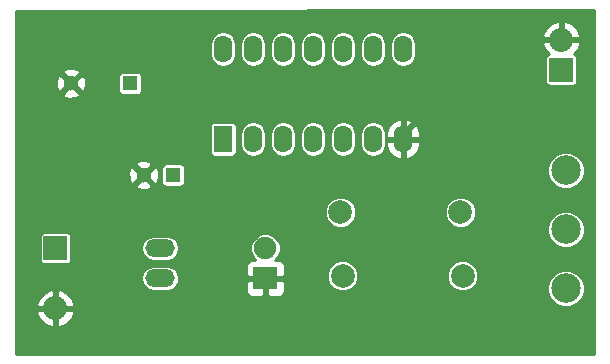
<source format=gbr>
G04 #@! TF.FileFunction,Copper,L2,Bot,Signal*
%FSLAX46Y46*%
G04 Gerber Fmt 4.6, Leading zero omitted, Abs format (unit mm)*
G04 Created by KiCad (PCBNEW (2015-07-30 BZR 6023, Git cb629e0)-product) date 9/23/2015 11:43:22 AM*
%MOMM*%
G01*
G04 APERTURE LIST*
%ADD10C,0.100000*%
%ADD11C,2.499360*%
%ADD12R,2.000000X1.900000*%
%ADD13C,1.900000*%
%ADD14R,2.032000X2.032000*%
%ADD15O,2.032000X2.032000*%
%ADD16C,1.998980*%
%ADD17R,1.574800X2.286000*%
%ADD18O,1.574800X2.286000*%
%ADD19R,1.300000X1.300000*%
%ADD20C,1.300000*%
%ADD21O,2.499360X1.501140*%
%ADD22C,0.500000*%
%ADD23C,0.250000*%
%ADD24C,0.254000*%
G04 APERTURE END LIST*
D10*
D11*
X174028100Y-82217260D03*
X174028100Y-87218520D03*
X174028100Y-77216000D03*
D12*
X148590000Y-86360000D03*
D13*
X148590000Y-83820000D03*
D14*
X173647100Y-68701920D03*
D15*
X173647100Y-66161920D03*
D16*
X165100000Y-80772000D03*
X154940000Y-80772000D03*
D17*
X145021300Y-74574400D03*
D18*
X147561300Y-74574400D03*
X150101300Y-74574400D03*
X152641300Y-74574400D03*
X155181300Y-74574400D03*
X157721300Y-74574400D03*
X160261300Y-74574400D03*
X160261300Y-66954400D03*
X157721300Y-66954400D03*
X155181300Y-66954400D03*
X152641300Y-66954400D03*
X150101300Y-66954400D03*
X147561300Y-66954400D03*
X145021300Y-66954400D03*
D16*
X155117800Y-86144100D03*
X165277800Y-86144100D03*
D19*
X140771880Y-77619860D03*
D20*
X138271880Y-77619860D03*
D19*
X137129520Y-69850000D03*
D20*
X132129520Y-69850000D03*
D14*
X130810000Y-83820000D03*
D15*
X130810000Y-88900000D03*
D21*
X139700000Y-86360000D03*
X139700000Y-83820000D03*
D22*
X160261300Y-74574400D02*
X160261300Y-74218800D01*
X160261300Y-74218800D02*
X168318180Y-66161920D01*
X168318180Y-66161920D02*
X172210260Y-66161920D01*
X172210260Y-66161920D02*
X173647100Y-66161920D01*
D23*
X149108160Y-84018120D02*
X149108160Y-83464400D01*
D24*
G36*
X176390527Y-92749960D02*
X127473120Y-92749960D01*
X127473120Y-89282944D01*
X129204025Y-89282944D01*
X129403615Y-89764818D01*
X129841621Y-90237188D01*
X130427054Y-90505983D01*
X130683000Y-90387367D01*
X130683000Y-89027000D01*
X130937000Y-89027000D01*
X130937000Y-90387367D01*
X131192946Y-90505983D01*
X131778379Y-90237188D01*
X132216385Y-89764818D01*
X132415975Y-89282944D01*
X132296836Y-89027000D01*
X130937000Y-89027000D01*
X130683000Y-89027000D01*
X129323164Y-89027000D01*
X129204025Y-89282944D01*
X127473120Y-89282944D01*
X127473120Y-88517056D01*
X129204025Y-88517056D01*
X129323164Y-88773000D01*
X130683000Y-88773000D01*
X130683000Y-87412633D01*
X130937000Y-87412633D01*
X130937000Y-88773000D01*
X132296836Y-88773000D01*
X132415975Y-88517056D01*
X132216385Y-88035182D01*
X131778379Y-87562812D01*
X131192946Y-87294017D01*
X130937000Y-87412633D01*
X130683000Y-87412633D01*
X130427054Y-87294017D01*
X129841621Y-87562812D01*
X129403615Y-88035182D01*
X129204025Y-88517056D01*
X127473120Y-88517056D01*
X127473120Y-86360000D01*
X138092431Y-86360000D01*
X138174456Y-86772368D01*
X138408044Y-87121957D01*
X138757633Y-87355545D01*
X139170001Y-87437570D01*
X140229999Y-87437570D01*
X140642367Y-87355545D01*
X140991956Y-87121957D01*
X141225544Y-86772368D01*
X141250729Y-86645750D01*
X146955000Y-86645750D01*
X146955000Y-87436310D01*
X147051673Y-87669699D01*
X147230302Y-87848327D01*
X147463691Y-87945000D01*
X148304250Y-87945000D01*
X148463000Y-87786250D01*
X148463000Y-86487000D01*
X148717000Y-86487000D01*
X148717000Y-87786250D01*
X148875750Y-87945000D01*
X149716309Y-87945000D01*
X149949698Y-87848327D01*
X150128327Y-87669699D01*
X150185875Y-87530765D01*
X172451147Y-87530765D01*
X172690676Y-88110471D01*
X173133816Y-88554385D01*
X173713103Y-88794926D01*
X174340345Y-88795473D01*
X174920051Y-88555944D01*
X175363965Y-88112804D01*
X175604506Y-87533517D01*
X175605053Y-86906275D01*
X175365524Y-86326569D01*
X174922384Y-85882655D01*
X174343097Y-85642114D01*
X173715855Y-85641567D01*
X173136149Y-85881096D01*
X172692235Y-86324236D01*
X172451694Y-86903523D01*
X172451147Y-87530765D01*
X150185875Y-87530765D01*
X150225000Y-87436310D01*
X150225000Y-86645750D01*
X150066250Y-86487000D01*
X148717000Y-86487000D01*
X148463000Y-86487000D01*
X147113750Y-86487000D01*
X146955000Y-86645750D01*
X141250729Y-86645750D01*
X141298260Y-86406797D01*
X153791081Y-86406797D01*
X153992601Y-86894514D01*
X154365423Y-87267987D01*
X154852787Y-87470359D01*
X155380497Y-87470819D01*
X155868214Y-87269299D01*
X156241687Y-86896477D01*
X156444059Y-86409113D01*
X156444061Y-86406797D01*
X163951081Y-86406797D01*
X164152601Y-86894514D01*
X164525423Y-87267987D01*
X165012787Y-87470359D01*
X165540497Y-87470819D01*
X166028214Y-87269299D01*
X166401687Y-86896477D01*
X166604059Y-86409113D01*
X166604519Y-85881403D01*
X166402999Y-85393686D01*
X166030177Y-85020213D01*
X165542813Y-84817841D01*
X165015103Y-84817381D01*
X164527386Y-85018901D01*
X164153913Y-85391723D01*
X163951541Y-85879087D01*
X163951081Y-86406797D01*
X156444061Y-86406797D01*
X156444519Y-85881403D01*
X156242999Y-85393686D01*
X155870177Y-85020213D01*
X155382813Y-84817841D01*
X154855103Y-84817381D01*
X154367386Y-85018901D01*
X153993913Y-85391723D01*
X153791541Y-85879087D01*
X153791081Y-86406797D01*
X141298260Y-86406797D01*
X141307569Y-86360000D01*
X141225544Y-85947632D01*
X140991956Y-85598043D01*
X140642367Y-85364455D01*
X140236334Y-85283690D01*
X146955000Y-85283690D01*
X146955000Y-86074250D01*
X147113750Y-86233000D01*
X148463000Y-86233000D01*
X148463000Y-86213000D01*
X148717000Y-86213000D01*
X148717000Y-86233000D01*
X150066250Y-86233000D01*
X150225000Y-86074250D01*
X150225000Y-85283690D01*
X150128327Y-85050301D01*
X149949698Y-84871673D01*
X149716309Y-84775000D01*
X149440860Y-84775000D01*
X149671957Y-84544307D01*
X149866778Y-84075125D01*
X149867221Y-83567103D01*
X149673219Y-83097583D01*
X149314307Y-82738043D01*
X148845125Y-82543222D01*
X148337103Y-82542779D01*
X147867583Y-82736781D01*
X147508043Y-83095693D01*
X147313222Y-83564875D01*
X147312779Y-84072897D01*
X147506781Y-84542417D01*
X147738958Y-84775000D01*
X147463691Y-84775000D01*
X147230302Y-84871673D01*
X147051673Y-85050301D01*
X146955000Y-85283690D01*
X140236334Y-85283690D01*
X140229999Y-85282430D01*
X139170001Y-85282430D01*
X138757633Y-85364455D01*
X138408044Y-85598043D01*
X138174456Y-85947632D01*
X138092431Y-86360000D01*
X127473120Y-86360000D01*
X127473120Y-82804000D01*
X129460594Y-82804000D01*
X129460594Y-84836000D01*
X129483395Y-84957179D01*
X129555012Y-85068474D01*
X129664286Y-85143138D01*
X129794000Y-85169406D01*
X131826000Y-85169406D01*
X131947179Y-85146605D01*
X132058474Y-85074988D01*
X132133138Y-84965714D01*
X132159406Y-84836000D01*
X132159406Y-83820000D01*
X138092431Y-83820000D01*
X138174456Y-84232368D01*
X138408044Y-84581957D01*
X138757633Y-84815545D01*
X139170001Y-84897570D01*
X140229999Y-84897570D01*
X140642367Y-84815545D01*
X140991956Y-84581957D01*
X141225544Y-84232368D01*
X141307569Y-83820000D01*
X141225544Y-83407632D01*
X140991956Y-83058043D01*
X140642367Y-82824455D01*
X140229999Y-82742430D01*
X139170001Y-82742430D01*
X138757633Y-82824455D01*
X138408044Y-83058043D01*
X138174456Y-83407632D01*
X138092431Y-83820000D01*
X132159406Y-83820000D01*
X132159406Y-82804000D01*
X132136605Y-82682821D01*
X132064988Y-82571526D01*
X132003489Y-82529505D01*
X172451147Y-82529505D01*
X172690676Y-83109211D01*
X173133816Y-83553125D01*
X173713103Y-83793666D01*
X174340345Y-83794213D01*
X174920051Y-83554684D01*
X175363965Y-83111544D01*
X175604506Y-82532257D01*
X175605053Y-81905015D01*
X175365524Y-81325309D01*
X174922384Y-80881395D01*
X174343097Y-80640854D01*
X173715855Y-80640307D01*
X173136149Y-80879836D01*
X172692235Y-81322976D01*
X172451694Y-81902263D01*
X172451147Y-82529505D01*
X132003489Y-82529505D01*
X131955714Y-82496862D01*
X131826000Y-82470594D01*
X129794000Y-82470594D01*
X129672821Y-82493395D01*
X129561526Y-82565012D01*
X129486862Y-82674286D01*
X129460594Y-82804000D01*
X127473120Y-82804000D01*
X127473120Y-81034697D01*
X153613281Y-81034697D01*
X153814801Y-81522414D01*
X154187623Y-81895887D01*
X154674987Y-82098259D01*
X155202697Y-82098719D01*
X155690414Y-81897199D01*
X156063887Y-81524377D01*
X156266259Y-81037013D01*
X156266261Y-81034697D01*
X163773281Y-81034697D01*
X163974801Y-81522414D01*
X164347623Y-81895887D01*
X164834987Y-82098259D01*
X165362697Y-82098719D01*
X165850414Y-81897199D01*
X166223887Y-81524377D01*
X166426259Y-81037013D01*
X166426719Y-80509303D01*
X166225199Y-80021586D01*
X165852377Y-79648113D01*
X165365013Y-79445741D01*
X164837303Y-79445281D01*
X164349586Y-79646801D01*
X163976113Y-80019623D01*
X163773741Y-80506987D01*
X163773281Y-81034697D01*
X156266261Y-81034697D01*
X156266719Y-80509303D01*
X156065199Y-80021586D01*
X155692377Y-79648113D01*
X155205013Y-79445741D01*
X154677303Y-79445281D01*
X154189586Y-79646801D01*
X153816113Y-80019623D01*
X153613741Y-80506987D01*
X153613281Y-81034697D01*
X127473120Y-81034697D01*
X127473120Y-78518876D01*
X137552470Y-78518876D01*
X137608151Y-78749471D01*
X138090958Y-78917482D01*
X138601308Y-78887943D01*
X138935609Y-78749471D01*
X138991290Y-78518876D01*
X138271880Y-77799465D01*
X137552470Y-78518876D01*
X127473120Y-78518876D01*
X127473120Y-77438938D01*
X136974258Y-77438938D01*
X137003797Y-77949288D01*
X137142269Y-78283589D01*
X137372864Y-78339270D01*
X138092275Y-77619860D01*
X138451485Y-77619860D01*
X139170896Y-78339270D01*
X139401491Y-78283589D01*
X139569502Y-77800782D01*
X139539963Y-77290432D01*
X139407178Y-76969860D01*
X139788474Y-76969860D01*
X139788474Y-78269860D01*
X139811275Y-78391039D01*
X139882892Y-78502334D01*
X139992166Y-78576998D01*
X140121880Y-78603266D01*
X141421880Y-78603266D01*
X141543059Y-78580465D01*
X141654354Y-78508848D01*
X141729018Y-78399574D01*
X141755286Y-78269860D01*
X141755286Y-77528245D01*
X172451147Y-77528245D01*
X172690676Y-78107951D01*
X173133816Y-78551865D01*
X173713103Y-78792406D01*
X174340345Y-78792953D01*
X174920051Y-78553424D01*
X175363965Y-78110284D01*
X175604506Y-77530997D01*
X175605053Y-76903755D01*
X175365524Y-76324049D01*
X174922384Y-75880135D01*
X174343097Y-75639594D01*
X173715855Y-75639047D01*
X173136149Y-75878576D01*
X172692235Y-76321716D01*
X172451694Y-76901003D01*
X172451147Y-77528245D01*
X141755286Y-77528245D01*
X141755286Y-76969860D01*
X141732485Y-76848681D01*
X141660868Y-76737386D01*
X141551594Y-76662722D01*
X141421880Y-76636454D01*
X140121880Y-76636454D01*
X140000701Y-76659255D01*
X139889406Y-76730872D01*
X139814742Y-76840146D01*
X139788474Y-76969860D01*
X139407178Y-76969860D01*
X139401491Y-76956131D01*
X139170896Y-76900450D01*
X138451485Y-77619860D01*
X138092275Y-77619860D01*
X137372864Y-76900450D01*
X137142269Y-76956131D01*
X136974258Y-77438938D01*
X127473120Y-77438938D01*
X127473120Y-76720844D01*
X137552470Y-76720844D01*
X138271880Y-77440255D01*
X138991290Y-76720844D01*
X138935609Y-76490249D01*
X138452802Y-76322238D01*
X137942452Y-76351777D01*
X137608151Y-76490249D01*
X137552470Y-76720844D01*
X127473120Y-76720844D01*
X127473120Y-73431400D01*
X143900494Y-73431400D01*
X143900494Y-75717400D01*
X143923295Y-75838579D01*
X143994912Y-75949874D01*
X144104186Y-76024538D01*
X144233900Y-76050806D01*
X145808700Y-76050806D01*
X145929879Y-76028005D01*
X146041174Y-75956388D01*
X146115838Y-75847114D01*
X146142106Y-75717400D01*
X146142106Y-74190001D01*
X146446900Y-74190001D01*
X146446900Y-74958799D01*
X146531729Y-75385261D01*
X146773300Y-75746799D01*
X147134838Y-75988370D01*
X147561300Y-76073199D01*
X147987762Y-75988370D01*
X148349300Y-75746799D01*
X148590871Y-75385261D01*
X148675700Y-74958799D01*
X148675700Y-74190001D01*
X148986900Y-74190001D01*
X148986900Y-74958799D01*
X149071729Y-75385261D01*
X149313300Y-75746799D01*
X149674838Y-75988370D01*
X150101300Y-76073199D01*
X150527762Y-75988370D01*
X150889300Y-75746799D01*
X151130871Y-75385261D01*
X151215700Y-74958799D01*
X151215700Y-74190001D01*
X151526900Y-74190001D01*
X151526900Y-74958799D01*
X151611729Y-75385261D01*
X151853300Y-75746799D01*
X152214838Y-75988370D01*
X152641300Y-76073199D01*
X153067762Y-75988370D01*
X153429300Y-75746799D01*
X153670871Y-75385261D01*
X153755700Y-74958799D01*
X153755700Y-74190001D01*
X154066900Y-74190001D01*
X154066900Y-74958799D01*
X154151729Y-75385261D01*
X154393300Y-75746799D01*
X154754838Y-75988370D01*
X155181300Y-76073199D01*
X155607762Y-75988370D01*
X155969300Y-75746799D01*
X156210871Y-75385261D01*
X156295700Y-74958799D01*
X156295700Y-74190001D01*
X156606900Y-74190001D01*
X156606900Y-74958799D01*
X156691729Y-75385261D01*
X156933300Y-75746799D01*
X157294838Y-75988370D01*
X157721300Y-76073199D01*
X158147762Y-75988370D01*
X158509300Y-75746799D01*
X158750871Y-75385261D01*
X158835700Y-74958799D01*
X158835700Y-74701400D01*
X158838900Y-74701400D01*
X158838900Y-75057000D01*
X158995775Y-75591662D01*
X159345314Y-76025591D01*
X159834304Y-76292727D01*
X159914240Y-76309410D01*
X160134300Y-76187252D01*
X160134300Y-74701400D01*
X160388300Y-74701400D01*
X160388300Y-76187252D01*
X160608360Y-76309410D01*
X160688296Y-76292727D01*
X161177286Y-76025591D01*
X161526825Y-75591662D01*
X161683700Y-75057000D01*
X161683700Y-74701400D01*
X160388300Y-74701400D01*
X160134300Y-74701400D01*
X158838900Y-74701400D01*
X158835700Y-74701400D01*
X158835700Y-74190001D01*
X158816167Y-74091800D01*
X158838900Y-74091800D01*
X158838900Y-74447400D01*
X160134300Y-74447400D01*
X160134300Y-72961548D01*
X160388300Y-72961548D01*
X160388300Y-74447400D01*
X161683700Y-74447400D01*
X161683700Y-74091800D01*
X161526825Y-73557138D01*
X161177286Y-73123209D01*
X160688296Y-72856073D01*
X160608360Y-72839390D01*
X160388300Y-72961548D01*
X160134300Y-72961548D01*
X159914240Y-72839390D01*
X159834304Y-72856073D01*
X159345314Y-73123209D01*
X158995775Y-73557138D01*
X158838900Y-74091800D01*
X158816167Y-74091800D01*
X158750871Y-73763539D01*
X158509300Y-73402001D01*
X158147762Y-73160430D01*
X157721300Y-73075601D01*
X157294838Y-73160430D01*
X156933300Y-73402001D01*
X156691729Y-73763539D01*
X156606900Y-74190001D01*
X156295700Y-74190001D01*
X156210871Y-73763539D01*
X155969300Y-73402001D01*
X155607762Y-73160430D01*
X155181300Y-73075601D01*
X154754838Y-73160430D01*
X154393300Y-73402001D01*
X154151729Y-73763539D01*
X154066900Y-74190001D01*
X153755700Y-74190001D01*
X153670871Y-73763539D01*
X153429300Y-73402001D01*
X153067762Y-73160430D01*
X152641300Y-73075601D01*
X152214838Y-73160430D01*
X151853300Y-73402001D01*
X151611729Y-73763539D01*
X151526900Y-74190001D01*
X151215700Y-74190001D01*
X151130871Y-73763539D01*
X150889300Y-73402001D01*
X150527762Y-73160430D01*
X150101300Y-73075601D01*
X149674838Y-73160430D01*
X149313300Y-73402001D01*
X149071729Y-73763539D01*
X148986900Y-74190001D01*
X148675700Y-74190001D01*
X148590871Y-73763539D01*
X148349300Y-73402001D01*
X147987762Y-73160430D01*
X147561300Y-73075601D01*
X147134838Y-73160430D01*
X146773300Y-73402001D01*
X146531729Y-73763539D01*
X146446900Y-74190001D01*
X146142106Y-74190001D01*
X146142106Y-73431400D01*
X146119305Y-73310221D01*
X146047688Y-73198926D01*
X145938414Y-73124262D01*
X145808700Y-73097994D01*
X144233900Y-73097994D01*
X144112721Y-73120795D01*
X144001426Y-73192412D01*
X143926762Y-73301686D01*
X143900494Y-73431400D01*
X127473120Y-73431400D01*
X127473120Y-70749016D01*
X131410110Y-70749016D01*
X131465791Y-70979611D01*
X131948598Y-71147622D01*
X132458948Y-71118083D01*
X132793249Y-70979611D01*
X132848930Y-70749016D01*
X132129520Y-70029605D01*
X131410110Y-70749016D01*
X127473120Y-70749016D01*
X127473120Y-69669078D01*
X130831898Y-69669078D01*
X130861437Y-70179428D01*
X130999909Y-70513729D01*
X131230504Y-70569410D01*
X131949915Y-69850000D01*
X132309125Y-69850000D01*
X133028536Y-70569410D01*
X133259131Y-70513729D01*
X133427142Y-70030922D01*
X133397603Y-69520572D01*
X133264818Y-69200000D01*
X136146114Y-69200000D01*
X136146114Y-70500000D01*
X136168915Y-70621179D01*
X136240532Y-70732474D01*
X136349806Y-70807138D01*
X136479520Y-70833406D01*
X137779520Y-70833406D01*
X137900699Y-70810605D01*
X138011994Y-70738988D01*
X138086658Y-70629714D01*
X138112926Y-70500000D01*
X138112926Y-69200000D01*
X138090125Y-69078821D01*
X138018508Y-68967526D01*
X137909234Y-68892862D01*
X137779520Y-68866594D01*
X136479520Y-68866594D01*
X136358341Y-68889395D01*
X136247046Y-68961012D01*
X136172382Y-69070286D01*
X136146114Y-69200000D01*
X133264818Y-69200000D01*
X133259131Y-69186271D01*
X133028536Y-69130590D01*
X132309125Y-69850000D01*
X131949915Y-69850000D01*
X131230504Y-69130590D01*
X130999909Y-69186271D01*
X130831898Y-69669078D01*
X127473120Y-69669078D01*
X127473120Y-68950984D01*
X131410110Y-68950984D01*
X132129520Y-69670395D01*
X132848930Y-68950984D01*
X132793249Y-68720389D01*
X132310442Y-68552378D01*
X131800092Y-68581917D01*
X131465791Y-68720389D01*
X131410110Y-68950984D01*
X127473120Y-68950984D01*
X127473120Y-66570001D01*
X143906900Y-66570001D01*
X143906900Y-67338799D01*
X143991729Y-67765261D01*
X144233300Y-68126799D01*
X144594838Y-68368370D01*
X145021300Y-68453199D01*
X145447762Y-68368370D01*
X145809300Y-68126799D01*
X146050871Y-67765261D01*
X146135700Y-67338799D01*
X146135700Y-66570001D01*
X146446900Y-66570001D01*
X146446900Y-67338799D01*
X146531729Y-67765261D01*
X146773300Y-68126799D01*
X147134838Y-68368370D01*
X147561300Y-68453199D01*
X147987762Y-68368370D01*
X148349300Y-68126799D01*
X148590871Y-67765261D01*
X148675700Y-67338799D01*
X148675700Y-66570001D01*
X148986900Y-66570001D01*
X148986900Y-67338799D01*
X149071729Y-67765261D01*
X149313300Y-68126799D01*
X149674838Y-68368370D01*
X150101300Y-68453199D01*
X150527762Y-68368370D01*
X150889300Y-68126799D01*
X151130871Y-67765261D01*
X151215700Y-67338799D01*
X151215700Y-66570001D01*
X151526900Y-66570001D01*
X151526900Y-67338799D01*
X151611729Y-67765261D01*
X151853300Y-68126799D01*
X152214838Y-68368370D01*
X152641300Y-68453199D01*
X153067762Y-68368370D01*
X153429300Y-68126799D01*
X153670871Y-67765261D01*
X153755700Y-67338799D01*
X153755700Y-66570001D01*
X154066900Y-66570001D01*
X154066900Y-67338799D01*
X154151729Y-67765261D01*
X154393300Y-68126799D01*
X154754838Y-68368370D01*
X155181300Y-68453199D01*
X155607762Y-68368370D01*
X155969300Y-68126799D01*
X156210871Y-67765261D01*
X156295700Y-67338799D01*
X156295700Y-66570001D01*
X156606900Y-66570001D01*
X156606900Y-67338799D01*
X156691729Y-67765261D01*
X156933300Y-68126799D01*
X157294838Y-68368370D01*
X157721300Y-68453199D01*
X158147762Y-68368370D01*
X158509300Y-68126799D01*
X158750871Y-67765261D01*
X158835700Y-67338799D01*
X158835700Y-66570001D01*
X159146900Y-66570001D01*
X159146900Y-67338799D01*
X159231729Y-67765261D01*
X159473300Y-68126799D01*
X159834838Y-68368370D01*
X160261300Y-68453199D01*
X160687762Y-68368370D01*
X161049300Y-68126799D01*
X161290871Y-67765261D01*
X161375700Y-67338799D01*
X161375700Y-66570001D01*
X161370700Y-66544864D01*
X172041125Y-66544864D01*
X172240715Y-67026738D01*
X172555910Y-67366662D01*
X172509921Y-67375315D01*
X172398626Y-67446932D01*
X172323962Y-67556206D01*
X172297694Y-67685920D01*
X172297694Y-69717920D01*
X172320495Y-69839099D01*
X172392112Y-69950394D01*
X172501386Y-70025058D01*
X172631100Y-70051326D01*
X174663100Y-70051326D01*
X174784279Y-70028525D01*
X174895574Y-69956908D01*
X174970238Y-69847634D01*
X174996506Y-69717920D01*
X174996506Y-67685920D01*
X174973705Y-67564741D01*
X174902088Y-67453446D01*
X174792814Y-67378782D01*
X174737448Y-67367570D01*
X175053485Y-67026738D01*
X175253075Y-66544864D01*
X175133936Y-66288920D01*
X173774100Y-66288920D01*
X173774100Y-66308920D01*
X173520100Y-66308920D01*
X173520100Y-66288920D01*
X172160264Y-66288920D01*
X172041125Y-66544864D01*
X161370700Y-66544864D01*
X161290871Y-66143539D01*
X161049300Y-65782001D01*
X161044773Y-65778976D01*
X172041125Y-65778976D01*
X172160264Y-66034920D01*
X173520100Y-66034920D01*
X173520100Y-64674553D01*
X173774100Y-64674553D01*
X173774100Y-66034920D01*
X175133936Y-66034920D01*
X175253075Y-65778976D01*
X175053485Y-65297102D01*
X174615479Y-64824732D01*
X174030046Y-64555937D01*
X173774100Y-64674553D01*
X173520100Y-64674553D01*
X173264154Y-64555937D01*
X172678721Y-64824732D01*
X172240715Y-65297102D01*
X172041125Y-65778976D01*
X161044773Y-65778976D01*
X160687762Y-65540430D01*
X160261300Y-65455601D01*
X159834838Y-65540430D01*
X159473300Y-65782001D01*
X159231729Y-66143539D01*
X159146900Y-66570001D01*
X158835700Y-66570001D01*
X158750871Y-66143539D01*
X158509300Y-65782001D01*
X158147762Y-65540430D01*
X157721300Y-65455601D01*
X157294838Y-65540430D01*
X156933300Y-65782001D01*
X156691729Y-66143539D01*
X156606900Y-66570001D01*
X156295700Y-66570001D01*
X156210871Y-66143539D01*
X155969300Y-65782001D01*
X155607762Y-65540430D01*
X155181300Y-65455601D01*
X154754838Y-65540430D01*
X154393300Y-65782001D01*
X154151729Y-66143539D01*
X154066900Y-66570001D01*
X153755700Y-66570001D01*
X153670871Y-66143539D01*
X153429300Y-65782001D01*
X153067762Y-65540430D01*
X152641300Y-65455601D01*
X152214838Y-65540430D01*
X151853300Y-65782001D01*
X151611729Y-66143539D01*
X151526900Y-66570001D01*
X151215700Y-66570001D01*
X151130871Y-66143539D01*
X150889300Y-65782001D01*
X150527762Y-65540430D01*
X150101300Y-65455601D01*
X149674838Y-65540430D01*
X149313300Y-65782001D01*
X149071729Y-66143539D01*
X148986900Y-66570001D01*
X148675700Y-66570001D01*
X148590871Y-66143539D01*
X148349300Y-65782001D01*
X147987762Y-65540430D01*
X147561300Y-65455601D01*
X147134838Y-65540430D01*
X146773300Y-65782001D01*
X146531729Y-66143539D01*
X146446900Y-66570001D01*
X146135700Y-66570001D01*
X146050871Y-66143539D01*
X145809300Y-65782001D01*
X145447762Y-65540430D01*
X145021300Y-65455601D01*
X144594838Y-65540430D01*
X144233300Y-65782001D01*
X143991729Y-66143539D01*
X143906900Y-66570001D01*
X127473120Y-66570001D01*
X127473120Y-63718017D01*
X176268868Y-63602280D01*
X176428235Y-63602280D01*
X176390527Y-92749960D01*
X176390527Y-92749960D01*
G37*
X176390527Y-92749960D02*
X127473120Y-92749960D01*
X127473120Y-89282944D01*
X129204025Y-89282944D01*
X129403615Y-89764818D01*
X129841621Y-90237188D01*
X130427054Y-90505983D01*
X130683000Y-90387367D01*
X130683000Y-89027000D01*
X130937000Y-89027000D01*
X130937000Y-90387367D01*
X131192946Y-90505983D01*
X131778379Y-90237188D01*
X132216385Y-89764818D01*
X132415975Y-89282944D01*
X132296836Y-89027000D01*
X130937000Y-89027000D01*
X130683000Y-89027000D01*
X129323164Y-89027000D01*
X129204025Y-89282944D01*
X127473120Y-89282944D01*
X127473120Y-88517056D01*
X129204025Y-88517056D01*
X129323164Y-88773000D01*
X130683000Y-88773000D01*
X130683000Y-87412633D01*
X130937000Y-87412633D01*
X130937000Y-88773000D01*
X132296836Y-88773000D01*
X132415975Y-88517056D01*
X132216385Y-88035182D01*
X131778379Y-87562812D01*
X131192946Y-87294017D01*
X130937000Y-87412633D01*
X130683000Y-87412633D01*
X130427054Y-87294017D01*
X129841621Y-87562812D01*
X129403615Y-88035182D01*
X129204025Y-88517056D01*
X127473120Y-88517056D01*
X127473120Y-86360000D01*
X138092431Y-86360000D01*
X138174456Y-86772368D01*
X138408044Y-87121957D01*
X138757633Y-87355545D01*
X139170001Y-87437570D01*
X140229999Y-87437570D01*
X140642367Y-87355545D01*
X140991956Y-87121957D01*
X141225544Y-86772368D01*
X141250729Y-86645750D01*
X146955000Y-86645750D01*
X146955000Y-87436310D01*
X147051673Y-87669699D01*
X147230302Y-87848327D01*
X147463691Y-87945000D01*
X148304250Y-87945000D01*
X148463000Y-87786250D01*
X148463000Y-86487000D01*
X148717000Y-86487000D01*
X148717000Y-87786250D01*
X148875750Y-87945000D01*
X149716309Y-87945000D01*
X149949698Y-87848327D01*
X150128327Y-87669699D01*
X150185875Y-87530765D01*
X172451147Y-87530765D01*
X172690676Y-88110471D01*
X173133816Y-88554385D01*
X173713103Y-88794926D01*
X174340345Y-88795473D01*
X174920051Y-88555944D01*
X175363965Y-88112804D01*
X175604506Y-87533517D01*
X175605053Y-86906275D01*
X175365524Y-86326569D01*
X174922384Y-85882655D01*
X174343097Y-85642114D01*
X173715855Y-85641567D01*
X173136149Y-85881096D01*
X172692235Y-86324236D01*
X172451694Y-86903523D01*
X172451147Y-87530765D01*
X150185875Y-87530765D01*
X150225000Y-87436310D01*
X150225000Y-86645750D01*
X150066250Y-86487000D01*
X148717000Y-86487000D01*
X148463000Y-86487000D01*
X147113750Y-86487000D01*
X146955000Y-86645750D01*
X141250729Y-86645750D01*
X141298260Y-86406797D01*
X153791081Y-86406797D01*
X153992601Y-86894514D01*
X154365423Y-87267987D01*
X154852787Y-87470359D01*
X155380497Y-87470819D01*
X155868214Y-87269299D01*
X156241687Y-86896477D01*
X156444059Y-86409113D01*
X156444061Y-86406797D01*
X163951081Y-86406797D01*
X164152601Y-86894514D01*
X164525423Y-87267987D01*
X165012787Y-87470359D01*
X165540497Y-87470819D01*
X166028214Y-87269299D01*
X166401687Y-86896477D01*
X166604059Y-86409113D01*
X166604519Y-85881403D01*
X166402999Y-85393686D01*
X166030177Y-85020213D01*
X165542813Y-84817841D01*
X165015103Y-84817381D01*
X164527386Y-85018901D01*
X164153913Y-85391723D01*
X163951541Y-85879087D01*
X163951081Y-86406797D01*
X156444061Y-86406797D01*
X156444519Y-85881403D01*
X156242999Y-85393686D01*
X155870177Y-85020213D01*
X155382813Y-84817841D01*
X154855103Y-84817381D01*
X154367386Y-85018901D01*
X153993913Y-85391723D01*
X153791541Y-85879087D01*
X153791081Y-86406797D01*
X141298260Y-86406797D01*
X141307569Y-86360000D01*
X141225544Y-85947632D01*
X140991956Y-85598043D01*
X140642367Y-85364455D01*
X140236334Y-85283690D01*
X146955000Y-85283690D01*
X146955000Y-86074250D01*
X147113750Y-86233000D01*
X148463000Y-86233000D01*
X148463000Y-86213000D01*
X148717000Y-86213000D01*
X148717000Y-86233000D01*
X150066250Y-86233000D01*
X150225000Y-86074250D01*
X150225000Y-85283690D01*
X150128327Y-85050301D01*
X149949698Y-84871673D01*
X149716309Y-84775000D01*
X149440860Y-84775000D01*
X149671957Y-84544307D01*
X149866778Y-84075125D01*
X149867221Y-83567103D01*
X149673219Y-83097583D01*
X149314307Y-82738043D01*
X148845125Y-82543222D01*
X148337103Y-82542779D01*
X147867583Y-82736781D01*
X147508043Y-83095693D01*
X147313222Y-83564875D01*
X147312779Y-84072897D01*
X147506781Y-84542417D01*
X147738958Y-84775000D01*
X147463691Y-84775000D01*
X147230302Y-84871673D01*
X147051673Y-85050301D01*
X146955000Y-85283690D01*
X140236334Y-85283690D01*
X140229999Y-85282430D01*
X139170001Y-85282430D01*
X138757633Y-85364455D01*
X138408044Y-85598043D01*
X138174456Y-85947632D01*
X138092431Y-86360000D01*
X127473120Y-86360000D01*
X127473120Y-82804000D01*
X129460594Y-82804000D01*
X129460594Y-84836000D01*
X129483395Y-84957179D01*
X129555012Y-85068474D01*
X129664286Y-85143138D01*
X129794000Y-85169406D01*
X131826000Y-85169406D01*
X131947179Y-85146605D01*
X132058474Y-85074988D01*
X132133138Y-84965714D01*
X132159406Y-84836000D01*
X132159406Y-83820000D01*
X138092431Y-83820000D01*
X138174456Y-84232368D01*
X138408044Y-84581957D01*
X138757633Y-84815545D01*
X139170001Y-84897570D01*
X140229999Y-84897570D01*
X140642367Y-84815545D01*
X140991956Y-84581957D01*
X141225544Y-84232368D01*
X141307569Y-83820000D01*
X141225544Y-83407632D01*
X140991956Y-83058043D01*
X140642367Y-82824455D01*
X140229999Y-82742430D01*
X139170001Y-82742430D01*
X138757633Y-82824455D01*
X138408044Y-83058043D01*
X138174456Y-83407632D01*
X138092431Y-83820000D01*
X132159406Y-83820000D01*
X132159406Y-82804000D01*
X132136605Y-82682821D01*
X132064988Y-82571526D01*
X132003489Y-82529505D01*
X172451147Y-82529505D01*
X172690676Y-83109211D01*
X173133816Y-83553125D01*
X173713103Y-83793666D01*
X174340345Y-83794213D01*
X174920051Y-83554684D01*
X175363965Y-83111544D01*
X175604506Y-82532257D01*
X175605053Y-81905015D01*
X175365524Y-81325309D01*
X174922384Y-80881395D01*
X174343097Y-80640854D01*
X173715855Y-80640307D01*
X173136149Y-80879836D01*
X172692235Y-81322976D01*
X172451694Y-81902263D01*
X172451147Y-82529505D01*
X132003489Y-82529505D01*
X131955714Y-82496862D01*
X131826000Y-82470594D01*
X129794000Y-82470594D01*
X129672821Y-82493395D01*
X129561526Y-82565012D01*
X129486862Y-82674286D01*
X129460594Y-82804000D01*
X127473120Y-82804000D01*
X127473120Y-81034697D01*
X153613281Y-81034697D01*
X153814801Y-81522414D01*
X154187623Y-81895887D01*
X154674987Y-82098259D01*
X155202697Y-82098719D01*
X155690414Y-81897199D01*
X156063887Y-81524377D01*
X156266259Y-81037013D01*
X156266261Y-81034697D01*
X163773281Y-81034697D01*
X163974801Y-81522414D01*
X164347623Y-81895887D01*
X164834987Y-82098259D01*
X165362697Y-82098719D01*
X165850414Y-81897199D01*
X166223887Y-81524377D01*
X166426259Y-81037013D01*
X166426719Y-80509303D01*
X166225199Y-80021586D01*
X165852377Y-79648113D01*
X165365013Y-79445741D01*
X164837303Y-79445281D01*
X164349586Y-79646801D01*
X163976113Y-80019623D01*
X163773741Y-80506987D01*
X163773281Y-81034697D01*
X156266261Y-81034697D01*
X156266719Y-80509303D01*
X156065199Y-80021586D01*
X155692377Y-79648113D01*
X155205013Y-79445741D01*
X154677303Y-79445281D01*
X154189586Y-79646801D01*
X153816113Y-80019623D01*
X153613741Y-80506987D01*
X153613281Y-81034697D01*
X127473120Y-81034697D01*
X127473120Y-78518876D01*
X137552470Y-78518876D01*
X137608151Y-78749471D01*
X138090958Y-78917482D01*
X138601308Y-78887943D01*
X138935609Y-78749471D01*
X138991290Y-78518876D01*
X138271880Y-77799465D01*
X137552470Y-78518876D01*
X127473120Y-78518876D01*
X127473120Y-77438938D01*
X136974258Y-77438938D01*
X137003797Y-77949288D01*
X137142269Y-78283589D01*
X137372864Y-78339270D01*
X138092275Y-77619860D01*
X138451485Y-77619860D01*
X139170896Y-78339270D01*
X139401491Y-78283589D01*
X139569502Y-77800782D01*
X139539963Y-77290432D01*
X139407178Y-76969860D01*
X139788474Y-76969860D01*
X139788474Y-78269860D01*
X139811275Y-78391039D01*
X139882892Y-78502334D01*
X139992166Y-78576998D01*
X140121880Y-78603266D01*
X141421880Y-78603266D01*
X141543059Y-78580465D01*
X141654354Y-78508848D01*
X141729018Y-78399574D01*
X141755286Y-78269860D01*
X141755286Y-77528245D01*
X172451147Y-77528245D01*
X172690676Y-78107951D01*
X173133816Y-78551865D01*
X173713103Y-78792406D01*
X174340345Y-78792953D01*
X174920051Y-78553424D01*
X175363965Y-78110284D01*
X175604506Y-77530997D01*
X175605053Y-76903755D01*
X175365524Y-76324049D01*
X174922384Y-75880135D01*
X174343097Y-75639594D01*
X173715855Y-75639047D01*
X173136149Y-75878576D01*
X172692235Y-76321716D01*
X172451694Y-76901003D01*
X172451147Y-77528245D01*
X141755286Y-77528245D01*
X141755286Y-76969860D01*
X141732485Y-76848681D01*
X141660868Y-76737386D01*
X141551594Y-76662722D01*
X141421880Y-76636454D01*
X140121880Y-76636454D01*
X140000701Y-76659255D01*
X139889406Y-76730872D01*
X139814742Y-76840146D01*
X139788474Y-76969860D01*
X139407178Y-76969860D01*
X139401491Y-76956131D01*
X139170896Y-76900450D01*
X138451485Y-77619860D01*
X138092275Y-77619860D01*
X137372864Y-76900450D01*
X137142269Y-76956131D01*
X136974258Y-77438938D01*
X127473120Y-77438938D01*
X127473120Y-76720844D01*
X137552470Y-76720844D01*
X138271880Y-77440255D01*
X138991290Y-76720844D01*
X138935609Y-76490249D01*
X138452802Y-76322238D01*
X137942452Y-76351777D01*
X137608151Y-76490249D01*
X137552470Y-76720844D01*
X127473120Y-76720844D01*
X127473120Y-73431400D01*
X143900494Y-73431400D01*
X143900494Y-75717400D01*
X143923295Y-75838579D01*
X143994912Y-75949874D01*
X144104186Y-76024538D01*
X144233900Y-76050806D01*
X145808700Y-76050806D01*
X145929879Y-76028005D01*
X146041174Y-75956388D01*
X146115838Y-75847114D01*
X146142106Y-75717400D01*
X146142106Y-74190001D01*
X146446900Y-74190001D01*
X146446900Y-74958799D01*
X146531729Y-75385261D01*
X146773300Y-75746799D01*
X147134838Y-75988370D01*
X147561300Y-76073199D01*
X147987762Y-75988370D01*
X148349300Y-75746799D01*
X148590871Y-75385261D01*
X148675700Y-74958799D01*
X148675700Y-74190001D01*
X148986900Y-74190001D01*
X148986900Y-74958799D01*
X149071729Y-75385261D01*
X149313300Y-75746799D01*
X149674838Y-75988370D01*
X150101300Y-76073199D01*
X150527762Y-75988370D01*
X150889300Y-75746799D01*
X151130871Y-75385261D01*
X151215700Y-74958799D01*
X151215700Y-74190001D01*
X151526900Y-74190001D01*
X151526900Y-74958799D01*
X151611729Y-75385261D01*
X151853300Y-75746799D01*
X152214838Y-75988370D01*
X152641300Y-76073199D01*
X153067762Y-75988370D01*
X153429300Y-75746799D01*
X153670871Y-75385261D01*
X153755700Y-74958799D01*
X153755700Y-74190001D01*
X154066900Y-74190001D01*
X154066900Y-74958799D01*
X154151729Y-75385261D01*
X154393300Y-75746799D01*
X154754838Y-75988370D01*
X155181300Y-76073199D01*
X155607762Y-75988370D01*
X155969300Y-75746799D01*
X156210871Y-75385261D01*
X156295700Y-74958799D01*
X156295700Y-74190001D01*
X156606900Y-74190001D01*
X156606900Y-74958799D01*
X156691729Y-75385261D01*
X156933300Y-75746799D01*
X157294838Y-75988370D01*
X157721300Y-76073199D01*
X158147762Y-75988370D01*
X158509300Y-75746799D01*
X158750871Y-75385261D01*
X158835700Y-74958799D01*
X158835700Y-74701400D01*
X158838900Y-74701400D01*
X158838900Y-75057000D01*
X158995775Y-75591662D01*
X159345314Y-76025591D01*
X159834304Y-76292727D01*
X159914240Y-76309410D01*
X160134300Y-76187252D01*
X160134300Y-74701400D01*
X160388300Y-74701400D01*
X160388300Y-76187252D01*
X160608360Y-76309410D01*
X160688296Y-76292727D01*
X161177286Y-76025591D01*
X161526825Y-75591662D01*
X161683700Y-75057000D01*
X161683700Y-74701400D01*
X160388300Y-74701400D01*
X160134300Y-74701400D01*
X158838900Y-74701400D01*
X158835700Y-74701400D01*
X158835700Y-74190001D01*
X158816167Y-74091800D01*
X158838900Y-74091800D01*
X158838900Y-74447400D01*
X160134300Y-74447400D01*
X160134300Y-72961548D01*
X160388300Y-72961548D01*
X160388300Y-74447400D01*
X161683700Y-74447400D01*
X161683700Y-74091800D01*
X161526825Y-73557138D01*
X161177286Y-73123209D01*
X160688296Y-72856073D01*
X160608360Y-72839390D01*
X160388300Y-72961548D01*
X160134300Y-72961548D01*
X159914240Y-72839390D01*
X159834304Y-72856073D01*
X159345314Y-73123209D01*
X158995775Y-73557138D01*
X158838900Y-74091800D01*
X158816167Y-74091800D01*
X158750871Y-73763539D01*
X158509300Y-73402001D01*
X158147762Y-73160430D01*
X157721300Y-73075601D01*
X157294838Y-73160430D01*
X156933300Y-73402001D01*
X156691729Y-73763539D01*
X156606900Y-74190001D01*
X156295700Y-74190001D01*
X156210871Y-73763539D01*
X155969300Y-73402001D01*
X155607762Y-73160430D01*
X155181300Y-73075601D01*
X154754838Y-73160430D01*
X154393300Y-73402001D01*
X154151729Y-73763539D01*
X154066900Y-74190001D01*
X153755700Y-74190001D01*
X153670871Y-73763539D01*
X153429300Y-73402001D01*
X153067762Y-73160430D01*
X152641300Y-73075601D01*
X152214838Y-73160430D01*
X151853300Y-73402001D01*
X151611729Y-73763539D01*
X151526900Y-74190001D01*
X151215700Y-74190001D01*
X151130871Y-73763539D01*
X150889300Y-73402001D01*
X150527762Y-73160430D01*
X150101300Y-73075601D01*
X149674838Y-73160430D01*
X149313300Y-73402001D01*
X149071729Y-73763539D01*
X148986900Y-74190001D01*
X148675700Y-74190001D01*
X148590871Y-73763539D01*
X148349300Y-73402001D01*
X147987762Y-73160430D01*
X147561300Y-73075601D01*
X147134838Y-73160430D01*
X146773300Y-73402001D01*
X146531729Y-73763539D01*
X146446900Y-74190001D01*
X146142106Y-74190001D01*
X146142106Y-73431400D01*
X146119305Y-73310221D01*
X146047688Y-73198926D01*
X145938414Y-73124262D01*
X145808700Y-73097994D01*
X144233900Y-73097994D01*
X144112721Y-73120795D01*
X144001426Y-73192412D01*
X143926762Y-73301686D01*
X143900494Y-73431400D01*
X127473120Y-73431400D01*
X127473120Y-70749016D01*
X131410110Y-70749016D01*
X131465791Y-70979611D01*
X131948598Y-71147622D01*
X132458948Y-71118083D01*
X132793249Y-70979611D01*
X132848930Y-70749016D01*
X132129520Y-70029605D01*
X131410110Y-70749016D01*
X127473120Y-70749016D01*
X127473120Y-69669078D01*
X130831898Y-69669078D01*
X130861437Y-70179428D01*
X130999909Y-70513729D01*
X131230504Y-70569410D01*
X131949915Y-69850000D01*
X132309125Y-69850000D01*
X133028536Y-70569410D01*
X133259131Y-70513729D01*
X133427142Y-70030922D01*
X133397603Y-69520572D01*
X133264818Y-69200000D01*
X136146114Y-69200000D01*
X136146114Y-70500000D01*
X136168915Y-70621179D01*
X136240532Y-70732474D01*
X136349806Y-70807138D01*
X136479520Y-70833406D01*
X137779520Y-70833406D01*
X137900699Y-70810605D01*
X138011994Y-70738988D01*
X138086658Y-70629714D01*
X138112926Y-70500000D01*
X138112926Y-69200000D01*
X138090125Y-69078821D01*
X138018508Y-68967526D01*
X137909234Y-68892862D01*
X137779520Y-68866594D01*
X136479520Y-68866594D01*
X136358341Y-68889395D01*
X136247046Y-68961012D01*
X136172382Y-69070286D01*
X136146114Y-69200000D01*
X133264818Y-69200000D01*
X133259131Y-69186271D01*
X133028536Y-69130590D01*
X132309125Y-69850000D01*
X131949915Y-69850000D01*
X131230504Y-69130590D01*
X130999909Y-69186271D01*
X130831898Y-69669078D01*
X127473120Y-69669078D01*
X127473120Y-68950984D01*
X131410110Y-68950984D01*
X132129520Y-69670395D01*
X132848930Y-68950984D01*
X132793249Y-68720389D01*
X132310442Y-68552378D01*
X131800092Y-68581917D01*
X131465791Y-68720389D01*
X131410110Y-68950984D01*
X127473120Y-68950984D01*
X127473120Y-66570001D01*
X143906900Y-66570001D01*
X143906900Y-67338799D01*
X143991729Y-67765261D01*
X144233300Y-68126799D01*
X144594838Y-68368370D01*
X145021300Y-68453199D01*
X145447762Y-68368370D01*
X145809300Y-68126799D01*
X146050871Y-67765261D01*
X146135700Y-67338799D01*
X146135700Y-66570001D01*
X146446900Y-66570001D01*
X146446900Y-67338799D01*
X146531729Y-67765261D01*
X146773300Y-68126799D01*
X147134838Y-68368370D01*
X147561300Y-68453199D01*
X147987762Y-68368370D01*
X148349300Y-68126799D01*
X148590871Y-67765261D01*
X148675700Y-67338799D01*
X148675700Y-66570001D01*
X148986900Y-66570001D01*
X148986900Y-67338799D01*
X149071729Y-67765261D01*
X149313300Y-68126799D01*
X149674838Y-68368370D01*
X150101300Y-68453199D01*
X150527762Y-68368370D01*
X150889300Y-68126799D01*
X151130871Y-67765261D01*
X151215700Y-67338799D01*
X151215700Y-66570001D01*
X151526900Y-66570001D01*
X151526900Y-67338799D01*
X151611729Y-67765261D01*
X151853300Y-68126799D01*
X152214838Y-68368370D01*
X152641300Y-68453199D01*
X153067762Y-68368370D01*
X153429300Y-68126799D01*
X153670871Y-67765261D01*
X153755700Y-67338799D01*
X153755700Y-66570001D01*
X154066900Y-66570001D01*
X154066900Y-67338799D01*
X154151729Y-67765261D01*
X154393300Y-68126799D01*
X154754838Y-68368370D01*
X155181300Y-68453199D01*
X155607762Y-68368370D01*
X155969300Y-68126799D01*
X156210871Y-67765261D01*
X156295700Y-67338799D01*
X156295700Y-66570001D01*
X156606900Y-66570001D01*
X156606900Y-67338799D01*
X156691729Y-67765261D01*
X156933300Y-68126799D01*
X157294838Y-68368370D01*
X157721300Y-68453199D01*
X158147762Y-68368370D01*
X158509300Y-68126799D01*
X158750871Y-67765261D01*
X158835700Y-67338799D01*
X158835700Y-66570001D01*
X159146900Y-66570001D01*
X159146900Y-67338799D01*
X159231729Y-67765261D01*
X159473300Y-68126799D01*
X159834838Y-68368370D01*
X160261300Y-68453199D01*
X160687762Y-68368370D01*
X161049300Y-68126799D01*
X161290871Y-67765261D01*
X161375700Y-67338799D01*
X161375700Y-66570001D01*
X161370700Y-66544864D01*
X172041125Y-66544864D01*
X172240715Y-67026738D01*
X172555910Y-67366662D01*
X172509921Y-67375315D01*
X172398626Y-67446932D01*
X172323962Y-67556206D01*
X172297694Y-67685920D01*
X172297694Y-69717920D01*
X172320495Y-69839099D01*
X172392112Y-69950394D01*
X172501386Y-70025058D01*
X172631100Y-70051326D01*
X174663100Y-70051326D01*
X174784279Y-70028525D01*
X174895574Y-69956908D01*
X174970238Y-69847634D01*
X174996506Y-69717920D01*
X174996506Y-67685920D01*
X174973705Y-67564741D01*
X174902088Y-67453446D01*
X174792814Y-67378782D01*
X174737448Y-67367570D01*
X175053485Y-67026738D01*
X175253075Y-66544864D01*
X175133936Y-66288920D01*
X173774100Y-66288920D01*
X173774100Y-66308920D01*
X173520100Y-66308920D01*
X173520100Y-66288920D01*
X172160264Y-66288920D01*
X172041125Y-66544864D01*
X161370700Y-66544864D01*
X161290871Y-66143539D01*
X161049300Y-65782001D01*
X161044773Y-65778976D01*
X172041125Y-65778976D01*
X172160264Y-66034920D01*
X173520100Y-66034920D01*
X173520100Y-64674553D01*
X173774100Y-64674553D01*
X173774100Y-66034920D01*
X175133936Y-66034920D01*
X175253075Y-65778976D01*
X175053485Y-65297102D01*
X174615479Y-64824732D01*
X174030046Y-64555937D01*
X173774100Y-64674553D01*
X173520100Y-64674553D01*
X173264154Y-64555937D01*
X172678721Y-64824732D01*
X172240715Y-65297102D01*
X172041125Y-65778976D01*
X161044773Y-65778976D01*
X160687762Y-65540430D01*
X160261300Y-65455601D01*
X159834838Y-65540430D01*
X159473300Y-65782001D01*
X159231729Y-66143539D01*
X159146900Y-66570001D01*
X158835700Y-66570001D01*
X158750871Y-66143539D01*
X158509300Y-65782001D01*
X158147762Y-65540430D01*
X157721300Y-65455601D01*
X157294838Y-65540430D01*
X156933300Y-65782001D01*
X156691729Y-66143539D01*
X156606900Y-66570001D01*
X156295700Y-66570001D01*
X156210871Y-66143539D01*
X155969300Y-65782001D01*
X155607762Y-65540430D01*
X155181300Y-65455601D01*
X154754838Y-65540430D01*
X154393300Y-65782001D01*
X154151729Y-66143539D01*
X154066900Y-66570001D01*
X153755700Y-66570001D01*
X153670871Y-66143539D01*
X153429300Y-65782001D01*
X153067762Y-65540430D01*
X152641300Y-65455601D01*
X152214838Y-65540430D01*
X151853300Y-65782001D01*
X151611729Y-66143539D01*
X151526900Y-66570001D01*
X151215700Y-66570001D01*
X151130871Y-66143539D01*
X150889300Y-65782001D01*
X150527762Y-65540430D01*
X150101300Y-65455601D01*
X149674838Y-65540430D01*
X149313300Y-65782001D01*
X149071729Y-66143539D01*
X148986900Y-66570001D01*
X148675700Y-66570001D01*
X148590871Y-66143539D01*
X148349300Y-65782001D01*
X147987762Y-65540430D01*
X147561300Y-65455601D01*
X147134838Y-65540430D01*
X146773300Y-65782001D01*
X146531729Y-66143539D01*
X146446900Y-66570001D01*
X146135700Y-66570001D01*
X146050871Y-66143539D01*
X145809300Y-65782001D01*
X145447762Y-65540430D01*
X145021300Y-65455601D01*
X144594838Y-65540430D01*
X144233300Y-65782001D01*
X143991729Y-66143539D01*
X143906900Y-66570001D01*
X127473120Y-66570001D01*
X127473120Y-63718017D01*
X176268868Y-63602280D01*
X176428235Y-63602280D01*
X176390527Y-92749960D01*
M02*

</source>
